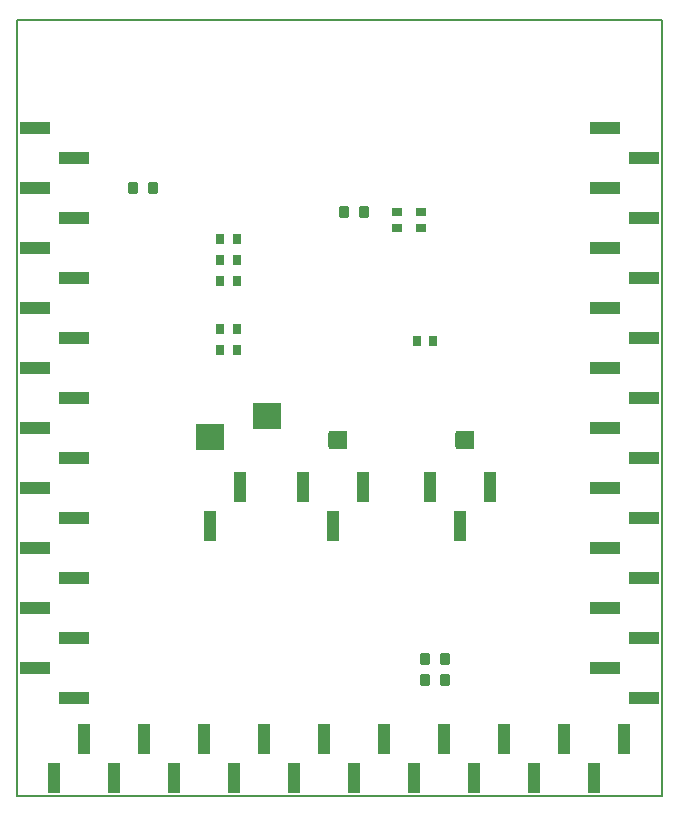
<source format=gbp>
G04*
G04 #@! TF.GenerationSoftware,Altium Limited,Altium Designer,20.2.6 (244)*
G04*
G04 Layer_Color=128*
%FSLAX25Y25*%
%MOIN*%
G70*
G04*
G04 #@! TF.SameCoordinates,39434470-8384-4B1D-BF7C-59D8A565AEB1*
G04*
G04*
G04 #@! TF.FilePolarity,Positive*
G04*
G01*
G75*
%ADD12C,0.00500*%
%ADD25R,0.09843X0.03937*%
%ADD26R,0.03937X0.09843*%
%ADD27R,0.03740X0.02953*%
G04:AMPARAMS|DCode=28|XSize=39.37mil|YSize=35.43mil|CornerRadius=4.43mil|HoleSize=0mil|Usage=FLASHONLY|Rotation=270.000|XOffset=0mil|YOffset=0mil|HoleType=Round|Shape=RoundedRectangle|*
%AMROUNDEDRECTD28*
21,1,0.03937,0.02657,0,0,270.0*
21,1,0.03051,0.03543,0,0,270.0*
1,1,0.00886,-0.01329,-0.01526*
1,1,0.00886,-0.01329,0.01526*
1,1,0.00886,0.01329,0.01526*
1,1,0.00886,0.01329,-0.01526*
%
%ADD28ROUNDEDRECTD28*%
%ADD29R,0.02953X0.03740*%
%ADD30R,0.02500X0.05000*%
%ADD40R,0.09606X0.08661*%
%ADD41R,0.06299X0.06299*%
D12*
X0Y0D02*
X215000D01*
X215000Y258500D02*
X215000Y0D01*
X-0Y258500D02*
X215000D01*
X-0D02*
X0Y0D01*
D25*
X208996Y32500D02*
D03*
Y52500D02*
D03*
Y72500D02*
D03*
Y112500D02*
D03*
Y132500D02*
D03*
Y172500D02*
D03*
Y192500D02*
D03*
Y212500D02*
D03*
Y92500D02*
D03*
Y152500D02*
D03*
X6004Y42500D02*
D03*
Y82500D02*
D03*
Y122500D02*
D03*
Y162500D02*
D03*
Y202500D02*
D03*
X196004Y42500D02*
D03*
Y82500D02*
D03*
Y122500D02*
D03*
Y162500D02*
D03*
Y202500D02*
D03*
X6004Y62500D02*
D03*
Y102500D02*
D03*
Y142500D02*
D03*
Y182500D02*
D03*
Y222500D02*
D03*
X196004Y62500D02*
D03*
Y102500D02*
D03*
Y142500D02*
D03*
Y182500D02*
D03*
Y222500D02*
D03*
X18996Y52500D02*
D03*
Y32500D02*
D03*
Y72500D02*
D03*
Y112500D02*
D03*
Y132500D02*
D03*
Y172500D02*
D03*
Y212500D02*
D03*
Y192500D02*
D03*
Y92500D02*
D03*
Y152500D02*
D03*
D26*
X32500Y6004D02*
D03*
X72500D02*
D03*
X112500D02*
D03*
X152500D02*
D03*
X192500D02*
D03*
X12500D02*
D03*
X22500Y18996D02*
D03*
X52500Y6004D02*
D03*
X62500Y18996D02*
D03*
X82500D02*
D03*
X92500Y6004D02*
D03*
X122500Y18996D02*
D03*
X132500Y6004D02*
D03*
X142500Y18996D02*
D03*
X162500D02*
D03*
X172500Y6004D02*
D03*
X182500Y18996D02*
D03*
X42500D02*
D03*
X102500D02*
D03*
X202500D02*
D03*
X74500Y102996D02*
D03*
X64500Y90004D02*
D03*
X115500Y102996D02*
D03*
X95500D02*
D03*
X105500Y90004D02*
D03*
X157800Y102996D02*
D03*
X137800D02*
D03*
X147800Y90004D02*
D03*
D27*
X134800Y194656D02*
D03*
Y189144D02*
D03*
X126800Y194656D02*
D03*
Y189144D02*
D03*
D28*
X115746Y194600D02*
D03*
X109054D02*
D03*
X45346Y202500D02*
D03*
X38653D02*
D03*
X136153Y38500D02*
D03*
X142847D02*
D03*
X136153Y45500D02*
D03*
X142847D02*
D03*
D29*
X133244Y151500D02*
D03*
X138756D02*
D03*
X73256Y171500D02*
D03*
X67744D02*
D03*
X73256Y178500D02*
D03*
X67744D02*
D03*
X73256Y185500D02*
D03*
X67744D02*
D03*
X73256Y148500D02*
D03*
X67744D02*
D03*
X73256Y155500D02*
D03*
X67744D02*
D03*
D30*
X85122Y126500D02*
D03*
X81878D02*
D03*
X105000Y118500D02*
D03*
X108243D02*
D03*
X147500D02*
D03*
X150743D02*
D03*
D40*
X83500Y126500D02*
D03*
X64500Y119500D02*
D03*
D41*
X107015Y118500D02*
D03*
X149515D02*
D03*
M02*

</source>
